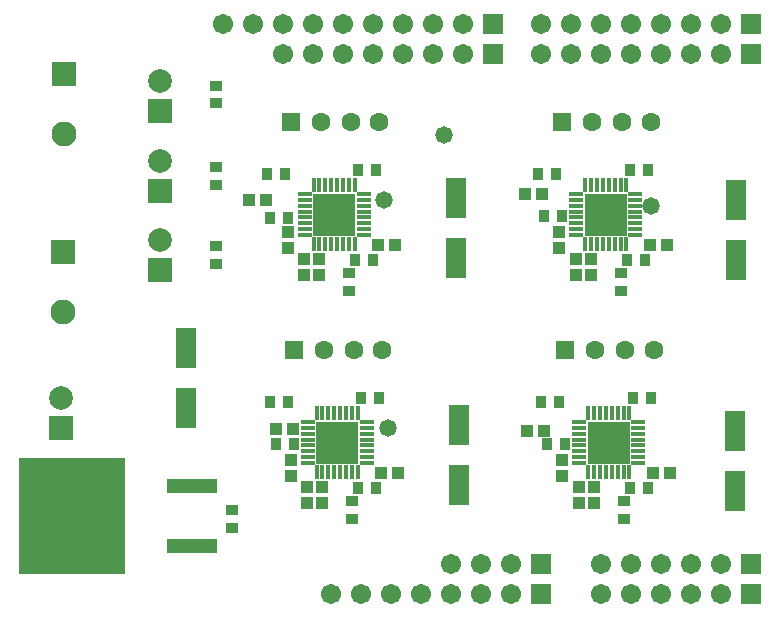
<source format=gts>
G04 Layer_Color=8388736*
%FSLAX44Y44*%
%MOMM*%
G71*
G01*
G75*
%ADD36R,1.1032X0.9032*%
%ADD37R,1.8032X3.4032*%
%ADD38R,1.1032X1.0032*%
%ADD39R,1.0032X1.1032*%
%ADD40R,0.9032X1.1032*%
%ADD41R,9.0032X9.8032*%
%ADD42R,4.3532X1.2532*%
%ADD43R,3.6032X3.6032*%
%ADD44R,0.4532X1.2032*%
%ADD45R,1.2032X0.4532*%
%ADD46C,1.7032*%
%ADD47R,1.7032X1.7032*%
%ADD48R,2.1032X2.1032*%
%ADD49C,2.1032*%
%ADD50C,1.6032*%
%ADD51R,1.6032X1.6032*%
%ADD52C,2.0032*%
%ADD53R,2.0032X2.0032*%
%ADD54C,1.4732*%
%ADD55C,0.8032*%
D36*
X910590Y515740D02*
D03*
Y530740D02*
D03*
X896620Y875270D02*
D03*
Y890270D02*
D03*
X1239520Y731400D02*
D03*
Y716400D02*
D03*
X1012190Y538360D02*
D03*
Y523360D02*
D03*
X1242060Y538360D02*
D03*
Y523360D02*
D03*
X896620Y754260D02*
D03*
Y739260D02*
D03*
Y821570D02*
D03*
Y806570D02*
D03*
X1009650Y731400D02*
D03*
Y716400D02*
D03*
D37*
X871220Y617220D02*
D03*
Y668020D02*
D03*
X1337310Y742950D02*
D03*
Y793750D02*
D03*
X1099820Y744220D02*
D03*
Y795020D02*
D03*
X1336040Y547370D02*
D03*
Y598170D02*
D03*
X1102360Y552450D02*
D03*
Y603250D02*
D03*
D38*
X1214120Y729600D02*
D03*
Y743600D02*
D03*
X1201420Y743600D02*
D03*
Y729600D02*
D03*
X1187450Y752460D02*
D03*
Y766460D02*
D03*
X986790Y536560D02*
D03*
Y550560D02*
D03*
X974090Y550560D02*
D03*
Y536560D02*
D03*
X960120Y559420D02*
D03*
Y573420D02*
D03*
X1216660Y536560D02*
D03*
Y550560D02*
D03*
X1203960Y550560D02*
D03*
Y536560D02*
D03*
X1189990Y559420D02*
D03*
Y573420D02*
D03*
X957580Y752460D02*
D03*
Y766460D02*
D03*
X971550Y743600D02*
D03*
Y729600D02*
D03*
X984250Y729600D02*
D03*
Y743600D02*
D03*
D39*
X1158860Y798830D02*
D03*
X1172860D02*
D03*
X1278270Y755650D02*
D03*
X1264270D02*
D03*
X948040Y599440D02*
D03*
X962040D02*
D03*
X1050940Y562610D02*
D03*
X1036940D02*
D03*
X1160130Y598170D02*
D03*
X1174130D02*
D03*
X1280810Y562610D02*
D03*
X1266810D02*
D03*
X1048400Y755650D02*
D03*
X1034400D02*
D03*
X925180Y793750D02*
D03*
X939180D02*
D03*
D40*
X1259720Y742950D02*
D03*
X1244720D02*
D03*
X1189870Y779780D02*
D03*
X1174870D02*
D03*
X1184790Y815340D02*
D03*
X1169790D02*
D03*
X1247260Y819150D02*
D03*
X1262260D02*
D03*
X1032390Y549910D02*
D03*
X1017390D02*
D03*
X962540Y586740D02*
D03*
X947540D02*
D03*
X957460Y622300D02*
D03*
X942460D02*
D03*
X1019930Y626110D02*
D03*
X1034930D02*
D03*
X1262260Y549910D02*
D03*
X1247260D02*
D03*
X1192410Y586740D02*
D03*
X1177410D02*
D03*
X1187330Y622300D02*
D03*
X1172330D02*
D03*
X1249800Y626110D02*
D03*
X1264800D02*
D03*
X1017390Y819150D02*
D03*
X1032390D02*
D03*
X954920Y815340D02*
D03*
X939920D02*
D03*
X957460Y778510D02*
D03*
X942460D02*
D03*
X1029850Y742950D02*
D03*
X1014850D02*
D03*
D41*
X774700Y525780D02*
D03*
D42*
X876700Y551180D02*
D03*
Y500380D02*
D03*
D43*
X999490Y588130D02*
D03*
X1229360D02*
D03*
X996950Y781170D02*
D03*
X1226820D02*
D03*
D44*
X981990Y613130D02*
D03*
X986990D02*
D03*
X991990D02*
D03*
X996990D02*
D03*
X1001990D02*
D03*
X1006990D02*
D03*
X1011990D02*
D03*
X1016990D02*
D03*
Y563130D02*
D03*
X1011990D02*
D03*
X1006990D02*
D03*
X1001990D02*
D03*
X996990D02*
D03*
X991990D02*
D03*
X986990D02*
D03*
X981990D02*
D03*
X1211860Y613130D02*
D03*
X1216860D02*
D03*
X1221860D02*
D03*
X1226860D02*
D03*
X1231860D02*
D03*
X1236860D02*
D03*
X1241860D02*
D03*
X1246860D02*
D03*
Y563130D02*
D03*
X1241860D02*
D03*
X1236860D02*
D03*
X1231860D02*
D03*
X1226860D02*
D03*
X1221860D02*
D03*
X1216860D02*
D03*
X1211860D02*
D03*
X979450Y806170D02*
D03*
X984450D02*
D03*
X989450D02*
D03*
X994450D02*
D03*
X999450D02*
D03*
X1004450D02*
D03*
X1009450D02*
D03*
X1014450D02*
D03*
Y756170D02*
D03*
X1009450D02*
D03*
X1004450D02*
D03*
X999450D02*
D03*
X994450D02*
D03*
X989450D02*
D03*
X984450D02*
D03*
X979450D02*
D03*
X1209320Y806170D02*
D03*
X1214320D02*
D03*
X1219320D02*
D03*
X1224320D02*
D03*
X1229320D02*
D03*
X1234320D02*
D03*
X1239320D02*
D03*
X1244320D02*
D03*
Y756170D02*
D03*
X1239320D02*
D03*
X1234320D02*
D03*
X1229320D02*
D03*
X1224320D02*
D03*
X1219320D02*
D03*
X1214320D02*
D03*
X1209320D02*
D03*
D45*
X1024490Y605630D02*
D03*
Y600630D02*
D03*
Y595630D02*
D03*
Y590630D02*
D03*
Y585630D02*
D03*
Y580630D02*
D03*
Y575630D02*
D03*
Y570630D02*
D03*
X974490D02*
D03*
Y575630D02*
D03*
Y580630D02*
D03*
Y585630D02*
D03*
Y590630D02*
D03*
Y595630D02*
D03*
Y600630D02*
D03*
Y605630D02*
D03*
X1254360D02*
D03*
Y600630D02*
D03*
Y595630D02*
D03*
Y590630D02*
D03*
Y585630D02*
D03*
Y580630D02*
D03*
Y575630D02*
D03*
Y570630D02*
D03*
X1204360D02*
D03*
Y575630D02*
D03*
Y580630D02*
D03*
Y585630D02*
D03*
Y590630D02*
D03*
Y595630D02*
D03*
Y600630D02*
D03*
Y605630D02*
D03*
X1021950Y798670D02*
D03*
Y793670D02*
D03*
Y788670D02*
D03*
Y783670D02*
D03*
Y778670D02*
D03*
Y773670D02*
D03*
Y768670D02*
D03*
Y763670D02*
D03*
X971950D02*
D03*
Y768670D02*
D03*
Y773670D02*
D03*
Y778670D02*
D03*
Y783670D02*
D03*
Y788670D02*
D03*
Y793670D02*
D03*
Y798670D02*
D03*
X1251820D02*
D03*
Y793670D02*
D03*
Y788670D02*
D03*
Y783670D02*
D03*
Y778670D02*
D03*
Y773670D02*
D03*
Y768670D02*
D03*
Y763670D02*
D03*
X1201820D02*
D03*
Y768670D02*
D03*
Y773670D02*
D03*
Y778670D02*
D03*
Y783670D02*
D03*
Y788670D02*
D03*
Y793670D02*
D03*
Y798670D02*
D03*
D46*
X1096010Y485140D02*
D03*
X1121410D02*
D03*
X1146810D02*
D03*
X1324610D02*
D03*
X1299210D02*
D03*
X1273810D02*
D03*
X1248410D02*
D03*
X1223010D02*
D03*
X1146810Y459740D02*
D03*
X1121410D02*
D03*
X1096010D02*
D03*
X1070610D02*
D03*
X1045210D02*
D03*
X1019810D02*
D03*
X994410D02*
D03*
X1324610D02*
D03*
X1299210D02*
D03*
X1273810D02*
D03*
X1248410D02*
D03*
X1223010D02*
D03*
X1106170Y916940D02*
D03*
X1080770D02*
D03*
X1055370D02*
D03*
X1029970D02*
D03*
X1004570D02*
D03*
X979170D02*
D03*
X953770D02*
D03*
X1324610D02*
D03*
X1299210D02*
D03*
X1273810D02*
D03*
X1248410D02*
D03*
X1223010D02*
D03*
X1197610D02*
D03*
X1172210D02*
D03*
X1080770Y942340D02*
D03*
X902970D02*
D03*
X928370D02*
D03*
X953770D02*
D03*
X979170D02*
D03*
X1004570D02*
D03*
X1029970D02*
D03*
X1055370D02*
D03*
X1106170D02*
D03*
X1324610D02*
D03*
X1299210D02*
D03*
X1273810D02*
D03*
X1248410D02*
D03*
X1223010D02*
D03*
X1197610D02*
D03*
X1172210D02*
D03*
D47*
Y485140D02*
D03*
X1350010D02*
D03*
X1172210Y459740D02*
D03*
X1350010D02*
D03*
X1131570Y916940D02*
D03*
X1350010D02*
D03*
X1131570Y942340D02*
D03*
X1350010D02*
D03*
D48*
X767080Y749300D02*
D03*
X768350Y900430D02*
D03*
D49*
X767080Y698500D02*
D03*
X768350Y849630D02*
D03*
D50*
X1037590Y666750D02*
D03*
X988060D02*
D03*
X1013460D02*
D03*
X1267460D02*
D03*
X1217930D02*
D03*
X1243330D02*
D03*
X1035050Y859790D02*
D03*
X985520D02*
D03*
X1010920D02*
D03*
X1264920D02*
D03*
X1215390D02*
D03*
X1240790D02*
D03*
D51*
X962660Y666750D02*
D03*
X1192530D02*
D03*
X960120Y859790D02*
D03*
X1189990D02*
D03*
D52*
X765810Y626110D02*
D03*
X849630Y894080D02*
D03*
Y826770D02*
D03*
Y759460D02*
D03*
D53*
X765810Y600710D02*
D03*
X849630Y868680D02*
D03*
Y801370D02*
D03*
Y734060D02*
D03*
D54*
X1042670Y600710D02*
D03*
X1264920Y788670D02*
D03*
X1039213Y793397D02*
D03*
X1089660Y848360D02*
D03*
D55*
X1010920Y599560D02*
D03*
Y588130D02*
D03*
Y576700D02*
D03*
X999490D02*
D03*
X988060D02*
D03*
Y588130D02*
D03*
X999490Y599560D02*
D03*
Y588130D02*
D03*
X988060Y599560D02*
D03*
X1240790D02*
D03*
Y588130D02*
D03*
Y576700D02*
D03*
X1229360D02*
D03*
X1217930D02*
D03*
Y588130D02*
D03*
X1229360Y599560D02*
D03*
Y588130D02*
D03*
X1217930Y599560D02*
D03*
X1008380Y792600D02*
D03*
Y781170D02*
D03*
Y769740D02*
D03*
X996950D02*
D03*
X985520D02*
D03*
Y781170D02*
D03*
X996950Y792600D02*
D03*
Y781170D02*
D03*
X985520Y792600D02*
D03*
X1238250D02*
D03*
Y781170D02*
D03*
Y769740D02*
D03*
X1226820D02*
D03*
X1215390D02*
D03*
Y781170D02*
D03*
X1226820Y792600D02*
D03*
Y781170D02*
D03*
X1215390Y792600D02*
D03*
M02*

</source>
